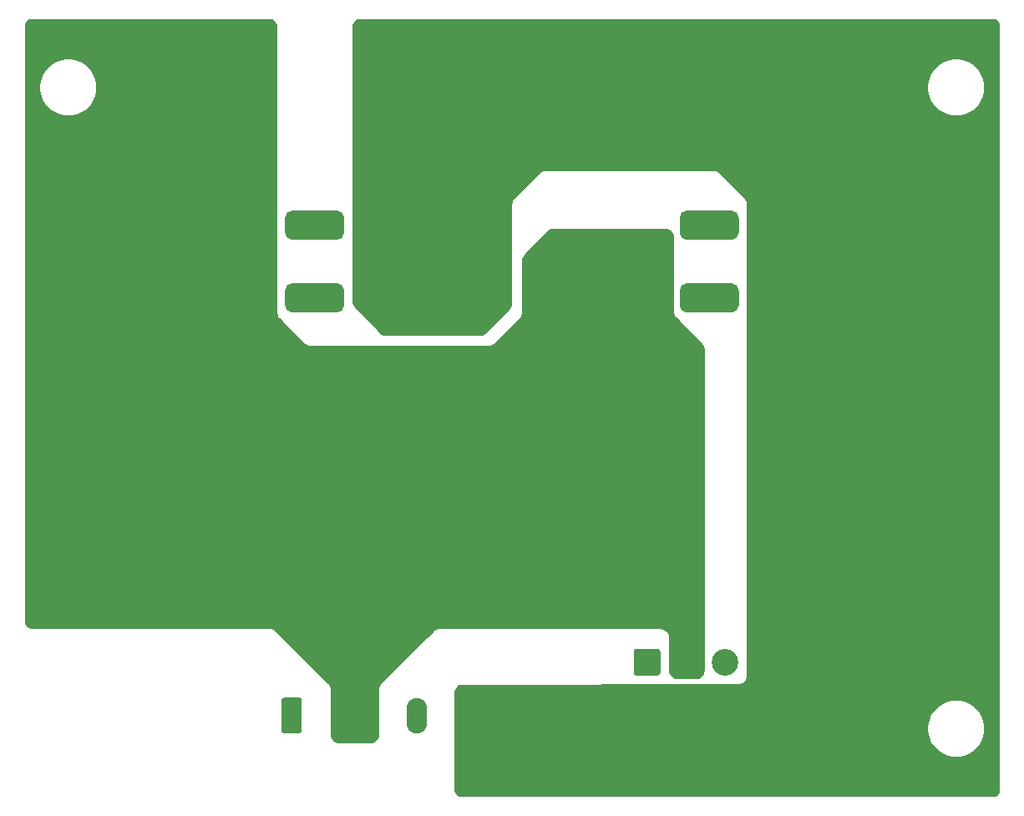
<source format=gbr>
%TF.GenerationSoftware,KiCad,Pcbnew,(5.1.6)-1*%
%TF.CreationDate,2020-12-13T00:36:31+01:00*%
%TF.ProjectId,Ingressi,496e6772-6573-4736-992e-6b696361645f,v1.0*%
%TF.SameCoordinates,Original*%
%TF.FileFunction,Copper,L2,Bot*%
%TF.FilePolarity,Positive*%
%FSLAX46Y46*%
G04 Gerber Fmt 4.6, Leading zero omitted, Abs format (unit mm)*
G04 Created by KiCad (PCBNEW (5.1.6)-1) date 2020-12-13 00:36:31*
%MOMM*%
%LPD*%
G01*
G04 APERTURE LIST*
%TA.AperFunction,ComponentPad*%
%ADD10C,2.700000*%
%TD*%
%TA.AperFunction,ComponentPad*%
%ADD11O,2.080000X3.600000*%
%TD*%
%TA.AperFunction,Conductor*%
%ADD12C,0.254000*%
%TD*%
G04 APERTURE END LIST*
%TO.P,J2,2-*%
%TO.N,Net-(J1-Pad2-)*%
%TA.AperFunction,ComponentPad*%
G36*
G01*
X102164200Y-47933000D02*
X102164200Y-52433000D01*
G75*
G02*
X101414200Y-53183000I-750000J0D01*
G01*
X99914200Y-53183000D01*
G75*
G02*
X99164200Y-52433000I0J750000D01*
G01*
X99164200Y-47933000D01*
G75*
G02*
X99914200Y-47183000I750000J0D01*
G01*
X101414200Y-47183000D01*
G75*
G02*
X102164200Y-47933000I0J-750000D01*
G01*
G37*
%TD.AperFunction*%
%TO.P,J2,2+*%
%TO.N,Net-(J1-Pad2+)*%
%TA.AperFunction,ComponentPad*%
G36*
G01*
X92750000Y-52366000D02*
X97250000Y-52366000D01*
G75*
G02*
X98000000Y-53116000I0J-750000D01*
G01*
X98000000Y-54616000D01*
G75*
G02*
X97250000Y-55366000I-750000J0D01*
G01*
X92750000Y-55366000D01*
G75*
G02*
X92000000Y-54616000I0J750000D01*
G01*
X92000000Y-53116000D01*
G75*
G02*
X92750000Y-52366000I750000J0D01*
G01*
G37*
%TD.AperFunction*%
%TO.P,J2,1-*%
%TO.N,Net-(J1-Pad1-)*%
%TA.AperFunction,ComponentPad*%
G36*
G01*
X90861200Y-47933000D02*
X90861200Y-52433000D01*
G75*
G02*
X90111200Y-53183000I-750000J0D01*
G01*
X88611200Y-53183000D01*
G75*
G02*
X87861200Y-52433000I0J750000D01*
G01*
X87861200Y-47933000D01*
G75*
G02*
X88611200Y-47183000I750000J0D01*
G01*
X90111200Y-47183000D01*
G75*
G02*
X90861200Y-47933000I0J-750000D01*
G01*
G37*
%TD.AperFunction*%
%TO.P,J2,1+*%
%TO.N,Net-(J1-Pad1+)*%
%TA.AperFunction,ComponentPad*%
G36*
G01*
X97250000Y-48000000D02*
X92750000Y-48000000D01*
G75*
G02*
X92000000Y-47250000I0J750000D01*
G01*
X92000000Y-45750000D01*
G75*
G02*
X92750000Y-45000000I750000J0D01*
G01*
X97250000Y-45000000D01*
G75*
G02*
X98000000Y-45750000I0J-750000D01*
G01*
X98000000Y-47250000D01*
G75*
G02*
X97250000Y-48000000I-750000J0D01*
G01*
G37*
%TD.AperFunction*%
%TD*%
%TO.P,J1,2-*%
%TO.N,Net-(J1-Pad2-)*%
%TA.AperFunction,ComponentPad*%
G36*
G01*
X62164200Y-47933000D02*
X62164200Y-52433000D01*
G75*
G02*
X61414200Y-53183000I-750000J0D01*
G01*
X59914200Y-53183000D01*
G75*
G02*
X59164200Y-52433000I0J750000D01*
G01*
X59164200Y-47933000D01*
G75*
G02*
X59914200Y-47183000I750000J0D01*
G01*
X61414200Y-47183000D01*
G75*
G02*
X62164200Y-47933000I0J-750000D01*
G01*
G37*
%TD.AperFunction*%
%TO.P,J1,2+*%
%TO.N,Net-(J1-Pad2+)*%
%TA.AperFunction,ComponentPad*%
G36*
G01*
X52750000Y-52366000D02*
X57250000Y-52366000D01*
G75*
G02*
X58000000Y-53116000I0J-750000D01*
G01*
X58000000Y-54616000D01*
G75*
G02*
X57250000Y-55366000I-750000J0D01*
G01*
X52750000Y-55366000D01*
G75*
G02*
X52000000Y-54616000I0J750000D01*
G01*
X52000000Y-53116000D01*
G75*
G02*
X52750000Y-52366000I750000J0D01*
G01*
G37*
%TD.AperFunction*%
%TO.P,J1,1-*%
%TO.N,Net-(J1-Pad1-)*%
%TA.AperFunction,ComponentPad*%
G36*
G01*
X50861200Y-47933000D02*
X50861200Y-52433000D01*
G75*
G02*
X50111200Y-53183000I-750000J0D01*
G01*
X48611200Y-53183000D01*
G75*
G02*
X47861200Y-52433000I0J750000D01*
G01*
X47861200Y-47933000D01*
G75*
G02*
X48611200Y-47183000I750000J0D01*
G01*
X50111200Y-47183000D01*
G75*
G02*
X50861200Y-47933000I0J-750000D01*
G01*
G37*
%TD.AperFunction*%
%TO.P,J1,1+*%
%TO.N,Net-(J1-Pad1+)*%
%TA.AperFunction,ComponentPad*%
G36*
G01*
X57250000Y-48000000D02*
X52750000Y-48000000D01*
G75*
G02*
X52000000Y-47250000I0J750000D01*
G01*
X52000000Y-45750000D01*
G75*
G02*
X52750000Y-45000000I750000J0D01*
G01*
X57250000Y-45000000D01*
G75*
G02*
X58000000Y-45750000I0J-750000D01*
G01*
X58000000Y-47250000D01*
G75*
G02*
X57250000Y-48000000I-750000J0D01*
G01*
G37*
%TD.AperFunction*%
%TD*%
D10*
%TO.P,J4,4*%
%TO.N,Net-(J1-Pad2-)*%
X100580000Y-90800000D03*
%TO.P,J4,3*%
%TO.N,Net-(J1-Pad2+)*%
X96620000Y-90800000D03*
%TO.P,J4,2*%
%TO.N,Net-(J1-Pad1-)*%
X92660000Y-90800000D03*
%TO.P,J4,1*%
%TO.N,Net-(J1-Pad1+)*%
%TA.AperFunction,ComponentPad*%
G36*
G01*
X87350000Y-91899999D02*
X87350000Y-89700001D01*
G75*
G02*
X87600001Y-89450000I250001J0D01*
G01*
X89799999Y-89450000D01*
G75*
G02*
X90050000Y-89700001I0J-250001D01*
G01*
X90050000Y-91899999D01*
G75*
G02*
X89799999Y-92150000I-250001J0D01*
G01*
X87600001Y-92150000D01*
G75*
G02*
X87350000Y-91899999I0J250001D01*
G01*
G37*
%TD.AperFunction*%
%TD*%
D11*
%TO.P,J3,3*%
%TO.N,Net-(J1-Pad2+)*%
X65370000Y-96200000D03*
%TO.P,J3,4*%
%TO.N,Net-(J1-Pad2-)*%
X71720000Y-96200000D03*
%TO.P,J3,1*%
%TO.N,Net-(J1-Pad1+)*%
%TA.AperFunction,ComponentPad*%
G36*
G01*
X51630000Y-97750001D02*
X51630000Y-94649999D01*
G75*
G02*
X51879999Y-94400000I249999J0D01*
G01*
X53460001Y-94400000D01*
G75*
G02*
X53710000Y-94649999I0J-249999D01*
G01*
X53710000Y-97750001D01*
G75*
G02*
X53460001Y-98000000I-249999J0D01*
G01*
X51879999Y-98000000D01*
G75*
G02*
X51630000Y-97750001I0J249999D01*
G01*
G37*
%TD.AperFunction*%
%TO.P,J3,2*%
%TO.N,Net-(J1-Pad1-)*%
X59020000Y-96200000D03*
%TD*%
D12*
%TO.N,Net-(J1-Pad1-)*%
G36*
X50781454Y-25796271D02*
G01*
X50903729Y-25918546D01*
X50995726Y-26064958D01*
X51052836Y-26228170D01*
X51073000Y-26407129D01*
X51073000Y-55327208D01*
X51073612Y-55339656D01*
X51090905Y-55515237D01*
X51095762Y-55539655D01*
X51146977Y-55708489D01*
X51156504Y-55731490D01*
X51239673Y-55887088D01*
X51253505Y-55907789D01*
X51365432Y-56044172D01*
X51373801Y-56053407D01*
X53846593Y-58526199D01*
X53855828Y-58534568D01*
X53992211Y-58646495D01*
X54012912Y-58660327D01*
X54168510Y-58743496D01*
X54191511Y-58753023D01*
X54360345Y-58804238D01*
X54384763Y-58809095D01*
X54560344Y-58826388D01*
X54572792Y-58827000D01*
X72627208Y-58827000D01*
X72639656Y-58826388D01*
X72815237Y-58809095D01*
X72839655Y-58804238D01*
X73008489Y-58753023D01*
X73031490Y-58743496D01*
X73187088Y-58660327D01*
X73207789Y-58646495D01*
X73344172Y-58534568D01*
X73353407Y-58526199D01*
X75826199Y-56053407D01*
X75834568Y-56044172D01*
X75946495Y-55907789D01*
X75960327Y-55887088D01*
X76043496Y-55731490D01*
X76053023Y-55708489D01*
X76104238Y-55539655D01*
X76109095Y-55515237D01*
X76126388Y-55339656D01*
X76127000Y-55327208D01*
X76127000Y-50079026D01*
X76142455Y-49922107D01*
X76186408Y-49777214D01*
X76257784Y-49643678D01*
X76357813Y-49521793D01*
X78721793Y-47157813D01*
X78843678Y-47057784D01*
X78977214Y-46986408D01*
X79122107Y-46942455D01*
X79279026Y-46927000D01*
X90492871Y-46927000D01*
X90671830Y-46947164D01*
X90835042Y-47004274D01*
X90981454Y-47096271D01*
X91103729Y-47218546D01*
X91195726Y-47364958D01*
X91252836Y-47528170D01*
X91273000Y-47707129D01*
X91273000Y-55227208D01*
X91273612Y-55239656D01*
X91290905Y-55415237D01*
X91295762Y-55439655D01*
X91346977Y-55608489D01*
X91356504Y-55631490D01*
X91439673Y-55787088D01*
X91453505Y-55807789D01*
X91565432Y-55944172D01*
X91573801Y-55953407D01*
X94142187Y-58521793D01*
X94242216Y-58643678D01*
X94313592Y-58777214D01*
X94357545Y-58922107D01*
X94373000Y-59079026D01*
X94373000Y-91592871D01*
X94352836Y-91771830D01*
X94295726Y-91935042D01*
X94203729Y-92081454D01*
X94081454Y-92203729D01*
X93935042Y-92295726D01*
X93771830Y-92352836D01*
X93592871Y-92373000D01*
X91807129Y-92373000D01*
X91628170Y-92352836D01*
X91464958Y-92295726D01*
X91318546Y-92203729D01*
X91196271Y-92081454D01*
X91104274Y-91935042D01*
X91047164Y-91771830D01*
X91027000Y-91592871D01*
X91027000Y-88300000D01*
X91026201Y-88285780D01*
X91003636Y-88085511D01*
X90997308Y-88057786D01*
X90930745Y-87867560D01*
X90918406Y-87841937D01*
X90811182Y-87671291D01*
X90793451Y-87649056D01*
X90650944Y-87506549D01*
X90628709Y-87488818D01*
X90458063Y-87381594D01*
X90432440Y-87369255D01*
X90242214Y-87302692D01*
X90214489Y-87296364D01*
X90014220Y-87273799D01*
X90000000Y-87273000D01*
X67672792Y-87273000D01*
X67660344Y-87273612D01*
X67484763Y-87290905D01*
X67460345Y-87295762D01*
X67291511Y-87346977D01*
X67268510Y-87356504D01*
X67112912Y-87439673D01*
X67092211Y-87453505D01*
X66955828Y-87565432D01*
X66946593Y-87573801D01*
X61673801Y-92846593D01*
X61665432Y-92855828D01*
X61553505Y-92992211D01*
X61539673Y-93012912D01*
X61456504Y-93168510D01*
X61446977Y-93191511D01*
X61395762Y-93360345D01*
X61390905Y-93384763D01*
X61373612Y-93560344D01*
X61373000Y-93572792D01*
X61373000Y-98092871D01*
X61352836Y-98271830D01*
X61295726Y-98435042D01*
X61203729Y-98581454D01*
X61081454Y-98703729D01*
X60935042Y-98795726D01*
X60771830Y-98852836D01*
X60592871Y-98873000D01*
X57507129Y-98873000D01*
X57328170Y-98852836D01*
X57164958Y-98795726D01*
X57018546Y-98703729D01*
X56896271Y-98581454D01*
X56804274Y-98435042D01*
X56747164Y-98271830D01*
X56727000Y-98092871D01*
X56727000Y-93572792D01*
X56726388Y-93560344D01*
X56709095Y-93384763D01*
X56704238Y-93360345D01*
X56653023Y-93191511D01*
X56643496Y-93168510D01*
X56560327Y-93012912D01*
X56546495Y-92992211D01*
X56434568Y-92855828D01*
X56426199Y-92846593D01*
X51153407Y-87573801D01*
X51144172Y-87565432D01*
X51007789Y-87453505D01*
X50987088Y-87439673D01*
X50831490Y-87356504D01*
X50808489Y-87346977D01*
X50639655Y-87295762D01*
X50615237Y-87290905D01*
X50439656Y-87273612D01*
X50427208Y-87273000D01*
X26407129Y-87273000D01*
X26228170Y-87252836D01*
X26064958Y-87195726D01*
X25918546Y-87103729D01*
X25796271Y-86981454D01*
X25710000Y-86844155D01*
X25710000Y-32207909D01*
X27034350Y-32207909D01*
X27034350Y-32792091D01*
X27148318Y-33365048D01*
X27371875Y-33904762D01*
X27696429Y-34390492D01*
X28109508Y-34803571D01*
X28595238Y-35128125D01*
X29134952Y-35351682D01*
X29707909Y-35465650D01*
X30292091Y-35465650D01*
X30865048Y-35351682D01*
X31404762Y-35128125D01*
X31890492Y-34803571D01*
X32303571Y-34390492D01*
X32628125Y-33904762D01*
X32851682Y-33365048D01*
X32965650Y-32792091D01*
X32965650Y-32207909D01*
X32851682Y-31634952D01*
X32628125Y-31095238D01*
X32303571Y-30609508D01*
X31890492Y-30196429D01*
X31404762Y-29871875D01*
X30865048Y-29648318D01*
X30292091Y-29534350D01*
X29707909Y-29534350D01*
X29134952Y-29648318D01*
X28595238Y-29871875D01*
X28109508Y-30196429D01*
X27696429Y-30609508D01*
X27371875Y-31095238D01*
X27148318Y-31634952D01*
X27034350Y-32207909D01*
X25710000Y-32207909D01*
X25710000Y-26055845D01*
X25796271Y-25918546D01*
X25918546Y-25796271D01*
X26055845Y-25710000D01*
X50644155Y-25710000D01*
X50781454Y-25796271D01*
G37*
X50781454Y-25796271D02*
X50903729Y-25918546D01*
X50995726Y-26064958D01*
X51052836Y-26228170D01*
X51073000Y-26407129D01*
X51073000Y-55327208D01*
X51073612Y-55339656D01*
X51090905Y-55515237D01*
X51095762Y-55539655D01*
X51146977Y-55708489D01*
X51156504Y-55731490D01*
X51239673Y-55887088D01*
X51253505Y-55907789D01*
X51365432Y-56044172D01*
X51373801Y-56053407D01*
X53846593Y-58526199D01*
X53855828Y-58534568D01*
X53992211Y-58646495D01*
X54012912Y-58660327D01*
X54168510Y-58743496D01*
X54191511Y-58753023D01*
X54360345Y-58804238D01*
X54384763Y-58809095D01*
X54560344Y-58826388D01*
X54572792Y-58827000D01*
X72627208Y-58827000D01*
X72639656Y-58826388D01*
X72815237Y-58809095D01*
X72839655Y-58804238D01*
X73008489Y-58753023D01*
X73031490Y-58743496D01*
X73187088Y-58660327D01*
X73207789Y-58646495D01*
X73344172Y-58534568D01*
X73353407Y-58526199D01*
X75826199Y-56053407D01*
X75834568Y-56044172D01*
X75946495Y-55907789D01*
X75960327Y-55887088D01*
X76043496Y-55731490D01*
X76053023Y-55708489D01*
X76104238Y-55539655D01*
X76109095Y-55515237D01*
X76126388Y-55339656D01*
X76127000Y-55327208D01*
X76127000Y-50079026D01*
X76142455Y-49922107D01*
X76186408Y-49777214D01*
X76257784Y-49643678D01*
X76357813Y-49521793D01*
X78721793Y-47157813D01*
X78843678Y-47057784D01*
X78977214Y-46986408D01*
X79122107Y-46942455D01*
X79279026Y-46927000D01*
X90492871Y-46927000D01*
X90671830Y-46947164D01*
X90835042Y-47004274D01*
X90981454Y-47096271D01*
X91103729Y-47218546D01*
X91195726Y-47364958D01*
X91252836Y-47528170D01*
X91273000Y-47707129D01*
X91273000Y-55227208D01*
X91273612Y-55239656D01*
X91290905Y-55415237D01*
X91295762Y-55439655D01*
X91346977Y-55608489D01*
X91356504Y-55631490D01*
X91439673Y-55787088D01*
X91453505Y-55807789D01*
X91565432Y-55944172D01*
X91573801Y-55953407D01*
X94142187Y-58521793D01*
X94242216Y-58643678D01*
X94313592Y-58777214D01*
X94357545Y-58922107D01*
X94373000Y-59079026D01*
X94373000Y-91592871D01*
X94352836Y-91771830D01*
X94295726Y-91935042D01*
X94203729Y-92081454D01*
X94081454Y-92203729D01*
X93935042Y-92295726D01*
X93771830Y-92352836D01*
X93592871Y-92373000D01*
X91807129Y-92373000D01*
X91628170Y-92352836D01*
X91464958Y-92295726D01*
X91318546Y-92203729D01*
X91196271Y-92081454D01*
X91104274Y-91935042D01*
X91047164Y-91771830D01*
X91027000Y-91592871D01*
X91027000Y-88300000D01*
X91026201Y-88285780D01*
X91003636Y-88085511D01*
X90997308Y-88057786D01*
X90930745Y-87867560D01*
X90918406Y-87841937D01*
X90811182Y-87671291D01*
X90793451Y-87649056D01*
X90650944Y-87506549D01*
X90628709Y-87488818D01*
X90458063Y-87381594D01*
X90432440Y-87369255D01*
X90242214Y-87302692D01*
X90214489Y-87296364D01*
X90014220Y-87273799D01*
X90000000Y-87273000D01*
X67672792Y-87273000D01*
X67660344Y-87273612D01*
X67484763Y-87290905D01*
X67460345Y-87295762D01*
X67291511Y-87346977D01*
X67268510Y-87356504D01*
X67112912Y-87439673D01*
X67092211Y-87453505D01*
X66955828Y-87565432D01*
X66946593Y-87573801D01*
X61673801Y-92846593D01*
X61665432Y-92855828D01*
X61553505Y-92992211D01*
X61539673Y-93012912D01*
X61456504Y-93168510D01*
X61446977Y-93191511D01*
X61395762Y-93360345D01*
X61390905Y-93384763D01*
X61373612Y-93560344D01*
X61373000Y-93572792D01*
X61373000Y-98092871D01*
X61352836Y-98271830D01*
X61295726Y-98435042D01*
X61203729Y-98581454D01*
X61081454Y-98703729D01*
X60935042Y-98795726D01*
X60771830Y-98852836D01*
X60592871Y-98873000D01*
X57507129Y-98873000D01*
X57328170Y-98852836D01*
X57164958Y-98795726D01*
X57018546Y-98703729D01*
X56896271Y-98581454D01*
X56804274Y-98435042D01*
X56747164Y-98271830D01*
X56727000Y-98092871D01*
X56727000Y-93572792D01*
X56726388Y-93560344D01*
X56709095Y-93384763D01*
X56704238Y-93360345D01*
X56653023Y-93191511D01*
X56643496Y-93168510D01*
X56560327Y-93012912D01*
X56546495Y-92992211D01*
X56434568Y-92855828D01*
X56426199Y-92846593D01*
X51153407Y-87573801D01*
X51144172Y-87565432D01*
X51007789Y-87453505D01*
X50987088Y-87439673D01*
X50831490Y-87356504D01*
X50808489Y-87346977D01*
X50639655Y-87295762D01*
X50615237Y-87290905D01*
X50439656Y-87273612D01*
X50427208Y-87273000D01*
X26407129Y-87273000D01*
X26228170Y-87252836D01*
X26064958Y-87195726D01*
X25918546Y-87103729D01*
X25796271Y-86981454D01*
X25710000Y-86844155D01*
X25710000Y-32207909D01*
X27034350Y-32207909D01*
X27034350Y-32792091D01*
X27148318Y-33365048D01*
X27371875Y-33904762D01*
X27696429Y-34390492D01*
X28109508Y-34803571D01*
X28595238Y-35128125D01*
X29134952Y-35351682D01*
X29707909Y-35465650D01*
X30292091Y-35465650D01*
X30865048Y-35351682D01*
X31404762Y-35128125D01*
X31890492Y-34803571D01*
X32303571Y-34390492D01*
X32628125Y-33904762D01*
X32851682Y-33365048D01*
X32965650Y-32792091D01*
X32965650Y-32207909D01*
X32851682Y-31634952D01*
X32628125Y-31095238D01*
X32303571Y-30609508D01*
X31890492Y-30196429D01*
X31404762Y-29871875D01*
X30865048Y-29648318D01*
X30292091Y-29534350D01*
X29707909Y-29534350D01*
X29134952Y-29648318D01*
X28595238Y-29871875D01*
X28109508Y-30196429D01*
X27696429Y-30609508D01*
X27371875Y-31095238D01*
X27148318Y-31634952D01*
X27034350Y-32207909D01*
X25710000Y-32207909D01*
X25710000Y-26055845D01*
X25796271Y-25918546D01*
X25918546Y-25796271D01*
X26055845Y-25710000D01*
X50644155Y-25710000D01*
X50781454Y-25796271D01*
%TO.N,Net-(J1-Pad2-)*%
G36*
X124081454Y-25796271D02*
G01*
X124203729Y-25918546D01*
X124290000Y-26055845D01*
X124290001Y-103957777D01*
X124203620Y-104095196D01*
X124081282Y-104217472D01*
X123965771Y-104290000D01*
X69687541Y-104290000D01*
X69664705Y-104281999D01*
X69518368Y-104189982D01*
X69396168Y-104067721D01*
X69304226Y-103921338D01*
X69247151Y-103758170D01*
X69227000Y-103579265D01*
X69227000Y-97207909D01*
X117034350Y-97207909D01*
X117034350Y-97792091D01*
X117148318Y-98365048D01*
X117371875Y-98904762D01*
X117696429Y-99390492D01*
X118109508Y-99803571D01*
X118595238Y-100128125D01*
X119134952Y-100351682D01*
X119707909Y-100465650D01*
X120292091Y-100465650D01*
X120865048Y-100351682D01*
X121404762Y-100128125D01*
X121890492Y-99803571D01*
X122303571Y-99390492D01*
X122628125Y-98904762D01*
X122851682Y-98365048D01*
X122965650Y-97792091D01*
X122965650Y-97207909D01*
X122851682Y-96634952D01*
X122628125Y-96095238D01*
X122303571Y-95609508D01*
X121890492Y-95196429D01*
X121404762Y-94871875D01*
X120865048Y-94648318D01*
X120292091Y-94534350D01*
X119707909Y-94534350D01*
X119134952Y-94648318D01*
X118595238Y-94871875D01*
X118109508Y-95196429D01*
X117696429Y-95609508D01*
X117371875Y-96095238D01*
X117148318Y-96634952D01*
X117034350Y-97207909D01*
X69227000Y-97207909D01*
X69227000Y-93923796D01*
X69247149Y-93744897D01*
X69304217Y-93581741D01*
X69396154Y-93435360D01*
X69518343Y-93313099D01*
X69664669Y-93221080D01*
X69827795Y-93163917D01*
X70006685Y-93143663D01*
X97900594Y-93127521D01*
X97914809Y-93126715D01*
X98114992Y-93104050D01*
X98142704Y-93097710D01*
X98332831Y-93031085D01*
X98358439Y-93018740D01*
X98528981Y-92911492D01*
X98551201Y-92893760D01*
X98693615Y-92751264D01*
X98711335Y-92729033D01*
X98818485Y-92558428D01*
X98830815Y-92532812D01*
X98897330Y-92342647D01*
X98903654Y-92314931D01*
X98926202Y-92114735D01*
X98927000Y-92100521D01*
X98927000Y-44372792D01*
X98926388Y-44360344D01*
X98909095Y-44184763D01*
X98904238Y-44160345D01*
X98853023Y-43991511D01*
X98843496Y-43968510D01*
X98760327Y-43812912D01*
X98746495Y-43792211D01*
X98634568Y-43655828D01*
X98626199Y-43646593D01*
X96153407Y-41173801D01*
X96144172Y-41165432D01*
X96007789Y-41053505D01*
X95987088Y-41039673D01*
X95831490Y-40956504D01*
X95808489Y-40946977D01*
X95639655Y-40895762D01*
X95615237Y-40890905D01*
X95439656Y-40873612D01*
X95427208Y-40873000D01*
X78372792Y-40873000D01*
X78360344Y-40873612D01*
X78184763Y-40890905D01*
X78160345Y-40895762D01*
X77991511Y-40946977D01*
X77968510Y-40956504D01*
X77812912Y-41039673D01*
X77792211Y-41053505D01*
X77655828Y-41165432D01*
X77646593Y-41173801D01*
X75173801Y-43646593D01*
X75165432Y-43655828D01*
X75053505Y-43792211D01*
X75039673Y-43812912D01*
X74956504Y-43968510D01*
X74946977Y-43991511D01*
X74895762Y-44160345D01*
X74890905Y-44184763D01*
X74873612Y-44360344D01*
X74873000Y-44372792D01*
X74873000Y-54320974D01*
X74857545Y-54477893D01*
X74813592Y-54622786D01*
X74742216Y-54756322D01*
X74642187Y-54878207D01*
X72178207Y-57342187D01*
X72056322Y-57442216D01*
X71922786Y-57513592D01*
X71777893Y-57557545D01*
X71620974Y-57573000D01*
X62279026Y-57573000D01*
X62122107Y-57557545D01*
X61977214Y-57513592D01*
X61843678Y-57442216D01*
X61721793Y-57342187D01*
X59157813Y-54778207D01*
X59057784Y-54656322D01*
X58986408Y-54522786D01*
X58942455Y-54377893D01*
X58927000Y-54220974D01*
X58927000Y-32207909D01*
X117034350Y-32207909D01*
X117034350Y-32792091D01*
X117148318Y-33365048D01*
X117371875Y-33904762D01*
X117696429Y-34390492D01*
X118109508Y-34803571D01*
X118595238Y-35128125D01*
X119134952Y-35351682D01*
X119707909Y-35465650D01*
X120292091Y-35465650D01*
X120865048Y-35351682D01*
X121404762Y-35128125D01*
X121890492Y-34803571D01*
X122303571Y-34390492D01*
X122628125Y-33904762D01*
X122851682Y-33365048D01*
X122965650Y-32792091D01*
X122965650Y-32207909D01*
X122851682Y-31634952D01*
X122628125Y-31095238D01*
X122303571Y-30609508D01*
X121890492Y-30196429D01*
X121404762Y-29871875D01*
X120865048Y-29648318D01*
X120292091Y-29534350D01*
X119707909Y-29534350D01*
X119134952Y-29648318D01*
X118595238Y-29871875D01*
X118109508Y-30196429D01*
X117696429Y-30609508D01*
X117371875Y-31095238D01*
X117148318Y-31634952D01*
X117034350Y-32207909D01*
X58927000Y-32207909D01*
X58927000Y-26407129D01*
X58947164Y-26228170D01*
X59004274Y-26064958D01*
X59096271Y-25918546D01*
X59218546Y-25796271D01*
X59355845Y-25710000D01*
X123944155Y-25710000D01*
X124081454Y-25796271D01*
G37*
X124081454Y-25796271D02*
X124203729Y-25918546D01*
X124290000Y-26055845D01*
X124290001Y-103957777D01*
X124203620Y-104095196D01*
X124081282Y-104217472D01*
X123965771Y-104290000D01*
X69687541Y-104290000D01*
X69664705Y-104281999D01*
X69518368Y-104189982D01*
X69396168Y-104067721D01*
X69304226Y-103921338D01*
X69247151Y-103758170D01*
X69227000Y-103579265D01*
X69227000Y-97207909D01*
X117034350Y-97207909D01*
X117034350Y-97792091D01*
X117148318Y-98365048D01*
X117371875Y-98904762D01*
X117696429Y-99390492D01*
X118109508Y-99803571D01*
X118595238Y-100128125D01*
X119134952Y-100351682D01*
X119707909Y-100465650D01*
X120292091Y-100465650D01*
X120865048Y-100351682D01*
X121404762Y-100128125D01*
X121890492Y-99803571D01*
X122303571Y-99390492D01*
X122628125Y-98904762D01*
X122851682Y-98365048D01*
X122965650Y-97792091D01*
X122965650Y-97207909D01*
X122851682Y-96634952D01*
X122628125Y-96095238D01*
X122303571Y-95609508D01*
X121890492Y-95196429D01*
X121404762Y-94871875D01*
X120865048Y-94648318D01*
X120292091Y-94534350D01*
X119707909Y-94534350D01*
X119134952Y-94648318D01*
X118595238Y-94871875D01*
X118109508Y-95196429D01*
X117696429Y-95609508D01*
X117371875Y-96095238D01*
X117148318Y-96634952D01*
X117034350Y-97207909D01*
X69227000Y-97207909D01*
X69227000Y-93923796D01*
X69247149Y-93744897D01*
X69304217Y-93581741D01*
X69396154Y-93435360D01*
X69518343Y-93313099D01*
X69664669Y-93221080D01*
X69827795Y-93163917D01*
X70006685Y-93143663D01*
X97900594Y-93127521D01*
X97914809Y-93126715D01*
X98114992Y-93104050D01*
X98142704Y-93097710D01*
X98332831Y-93031085D01*
X98358439Y-93018740D01*
X98528981Y-92911492D01*
X98551201Y-92893760D01*
X98693615Y-92751264D01*
X98711335Y-92729033D01*
X98818485Y-92558428D01*
X98830815Y-92532812D01*
X98897330Y-92342647D01*
X98903654Y-92314931D01*
X98926202Y-92114735D01*
X98927000Y-92100521D01*
X98927000Y-44372792D01*
X98926388Y-44360344D01*
X98909095Y-44184763D01*
X98904238Y-44160345D01*
X98853023Y-43991511D01*
X98843496Y-43968510D01*
X98760327Y-43812912D01*
X98746495Y-43792211D01*
X98634568Y-43655828D01*
X98626199Y-43646593D01*
X96153407Y-41173801D01*
X96144172Y-41165432D01*
X96007789Y-41053505D01*
X95987088Y-41039673D01*
X95831490Y-40956504D01*
X95808489Y-40946977D01*
X95639655Y-40895762D01*
X95615237Y-40890905D01*
X95439656Y-40873612D01*
X95427208Y-40873000D01*
X78372792Y-40873000D01*
X78360344Y-40873612D01*
X78184763Y-40890905D01*
X78160345Y-40895762D01*
X77991511Y-40946977D01*
X77968510Y-40956504D01*
X77812912Y-41039673D01*
X77792211Y-41053505D01*
X77655828Y-41165432D01*
X77646593Y-41173801D01*
X75173801Y-43646593D01*
X75165432Y-43655828D01*
X75053505Y-43792211D01*
X75039673Y-43812912D01*
X74956504Y-43968510D01*
X74946977Y-43991511D01*
X74895762Y-44160345D01*
X74890905Y-44184763D01*
X74873612Y-44360344D01*
X74873000Y-44372792D01*
X74873000Y-54320974D01*
X74857545Y-54477893D01*
X74813592Y-54622786D01*
X74742216Y-54756322D01*
X74642187Y-54878207D01*
X72178207Y-57342187D01*
X72056322Y-57442216D01*
X71922786Y-57513592D01*
X71777893Y-57557545D01*
X71620974Y-57573000D01*
X62279026Y-57573000D01*
X62122107Y-57557545D01*
X61977214Y-57513592D01*
X61843678Y-57442216D01*
X61721793Y-57342187D01*
X59157813Y-54778207D01*
X59057784Y-54656322D01*
X58986408Y-54522786D01*
X58942455Y-54377893D01*
X58927000Y-54220974D01*
X58927000Y-32207909D01*
X117034350Y-32207909D01*
X117034350Y-32792091D01*
X117148318Y-33365048D01*
X117371875Y-33904762D01*
X117696429Y-34390492D01*
X118109508Y-34803571D01*
X118595238Y-35128125D01*
X119134952Y-35351682D01*
X119707909Y-35465650D01*
X120292091Y-35465650D01*
X120865048Y-35351682D01*
X121404762Y-35128125D01*
X121890492Y-34803571D01*
X122303571Y-34390492D01*
X122628125Y-33904762D01*
X122851682Y-33365048D01*
X122965650Y-32792091D01*
X122965650Y-32207909D01*
X122851682Y-31634952D01*
X122628125Y-31095238D01*
X122303571Y-30609508D01*
X121890492Y-30196429D01*
X121404762Y-29871875D01*
X120865048Y-29648318D01*
X120292091Y-29534350D01*
X119707909Y-29534350D01*
X119134952Y-29648318D01*
X118595238Y-29871875D01*
X118109508Y-30196429D01*
X117696429Y-30609508D01*
X117371875Y-31095238D01*
X117148318Y-31634952D01*
X117034350Y-32207909D01*
X58927000Y-32207909D01*
X58927000Y-26407129D01*
X58947164Y-26228170D01*
X59004274Y-26064958D01*
X59096271Y-25918546D01*
X59218546Y-25796271D01*
X59355845Y-25710000D01*
X123944155Y-25710000D01*
X124081454Y-25796271D01*
%TD*%
M02*

</source>
